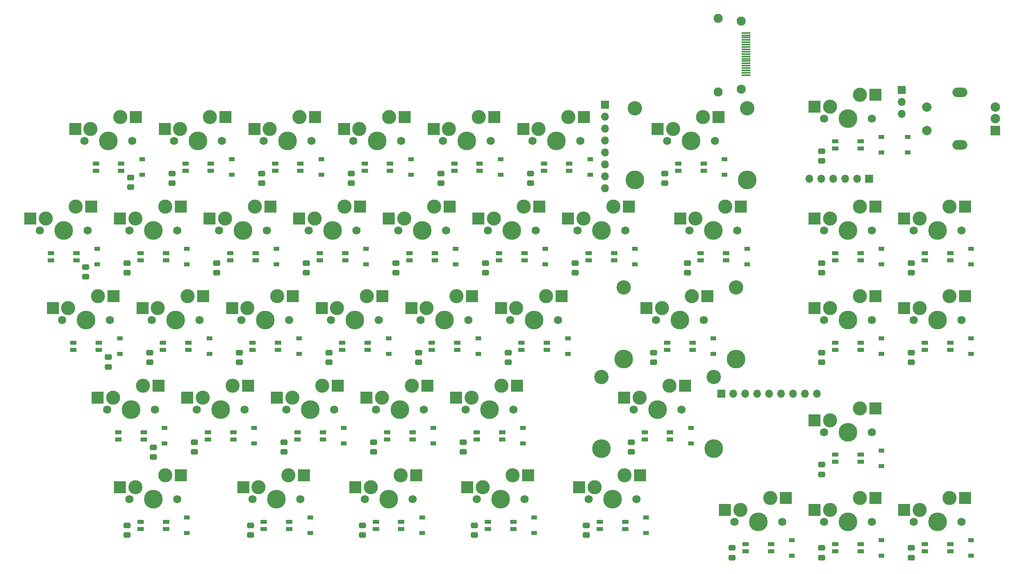
<source format=gbs>
%TF.GenerationSoftware,KiCad,Pcbnew,(6.0.5)*%
%TF.CreationDate,2022-07-14T17:40:32-06:00*%
%TF.ProjectId,kb_right,6b625f72-6967-4687-942e-6b696361645f,rev?*%
%TF.SameCoordinates,Original*%
%TF.FileFunction,Soldermask,Bot*%
%TF.FilePolarity,Negative*%
%FSLAX46Y46*%
G04 Gerber Fmt 4.6, Leading zero omitted, Abs format (unit mm)*
G04 Created by KiCad (PCBNEW (6.0.5)) date 2022-07-14 17:40:32*
%MOMM*%
%LPD*%
G01*
G04 APERTURE LIST*
G04 Aperture macros list*
%AMRoundRect*
0 Rectangle with rounded corners*
0 $1 Rounding radius*
0 $2 $3 $4 $5 $6 $7 $8 $9 X,Y pos of 4 corners*
0 Add a 4 corners polygon primitive as box body*
4,1,4,$2,$3,$4,$5,$6,$7,$8,$9,$2,$3,0*
0 Add four circle primitives for the rounded corners*
1,1,$1+$1,$2,$3*
1,1,$1+$1,$4,$5*
1,1,$1+$1,$6,$7*
1,1,$1+$1,$8,$9*
0 Add four rect primitives between the rounded corners*
20,1,$1+$1,$2,$3,$4,$5,0*
20,1,$1+$1,$4,$5,$6,$7,0*
20,1,$1+$1,$6,$7,$8,$9,0*
20,1,$1+$1,$8,$9,$2,$3,0*%
G04 Aperture macros list end*
%ADD10C,3.987800*%
%ADD11C,3.000000*%
%ADD12C,1.750000*%
%ADD13R,2.550000X2.500000*%
%ADD14C,3.048000*%
%ADD15R,1.700000X1.700000*%
%ADD16O,1.700000X1.700000*%
%ADD17O,3.200000X2.000000*%
%ADD18R,2.000000X2.000000*%
%ADD19C,2.000000*%
%ADD20RoundRect,0.250000X-0.475000X0.337500X-0.475000X-0.337500X0.475000X-0.337500X0.475000X0.337500X0*%
%ADD21R,1.200000X0.900000*%
%ADD22R,1.400000X0.820000*%
%ADD23RoundRect,0.205000X0.495000X0.205000X-0.495000X0.205000X-0.495000X-0.205000X0.495000X-0.205000X0*%
%ADD24R,1.900000X0.300000*%
%ADD25C,1.950000*%
G04 APERTURE END LIST*
D10*
%TO.C,MX15*%
X163195000Y-82772250D03*
D11*
X165735000Y-77692250D03*
D12*
X158115000Y-82772250D03*
X168275000Y-82772250D03*
D11*
X159385000Y-80232250D03*
D13*
X156110000Y-80232250D03*
X169037000Y-77692250D03*
%TD*%
D11*
%TO.C,MX33*%
X211772500Y-123094750D03*
X218122500Y-120554750D03*
D12*
X210502500Y-125634750D03*
X220662500Y-125634750D03*
D10*
X215582500Y-125634750D03*
D13*
X208497500Y-123094750D03*
X221424500Y-120554750D03*
%TD*%
D12*
%TO.C,MX10*%
X62865000Y-82772250D03*
X73025000Y-82772250D03*
D11*
X70485000Y-77692250D03*
D10*
X67945000Y-82772250D03*
D11*
X64135000Y-80232250D03*
D13*
X60860000Y-80232250D03*
X73787000Y-77692250D03*
%TD*%
D10*
%TO.C,MX4*%
X115570000Y-63722250D03*
D12*
X110490000Y-63722250D03*
D11*
X118110000Y-58642250D03*
X111760000Y-61182250D03*
D12*
X120650000Y-63722250D03*
D13*
X108485000Y-61182250D03*
X121412000Y-58642250D03*
%TD*%
D11*
%TO.C,MX6*%
X149860000Y-61182250D03*
X156210000Y-58642250D03*
D12*
X158750000Y-63722250D03*
X148590000Y-63722250D03*
D10*
X153670000Y-63722250D03*
D13*
X146585000Y-61182250D03*
X159512000Y-58642250D03*
%TD*%
D11*
%TO.C,MX32*%
X171291250Y-118332250D03*
X177641250Y-115792250D03*
D12*
X180181250Y-120872250D03*
D14*
X187039250Y-113887250D03*
D10*
X175101250Y-120872250D03*
D12*
X170021250Y-120872250D03*
D14*
X163163250Y-113887250D03*
D10*
X187039250Y-129127250D03*
X163163250Y-129127250D03*
D13*
X168016250Y-118332250D03*
X180943250Y-115792250D03*
%TD*%
D12*
%TO.C,MX31*%
X134302500Y-120872250D03*
X144462500Y-120872250D03*
D11*
X141922500Y-115792250D03*
D10*
X139382500Y-120872250D03*
D11*
X135572500Y-118332250D03*
D13*
X132297500Y-118332250D03*
X145224500Y-115792250D03*
%TD*%
D15*
%TO.C,J3*%
X220091000Y-71755000D03*
D16*
X217551000Y-71755000D03*
X215011000Y-71755000D03*
X212471000Y-71755000D03*
X209931000Y-71755000D03*
X207391000Y-71755000D03*
%TD*%
D10*
%TO.C,MX37*%
X117951250Y-139922250D03*
D11*
X120491250Y-134842250D03*
D12*
X123031250Y-139922250D03*
X112871250Y-139922250D03*
D11*
X114141250Y-137382250D03*
D13*
X110866250Y-137382250D03*
X123793250Y-134842250D03*
%TD*%
D10*
%TO.C,MX42*%
X234632500Y-144684750D03*
D11*
X237172500Y-139604750D03*
D12*
X239712500Y-144684750D03*
D11*
X230822500Y-142144750D03*
D12*
X229552500Y-144684750D03*
D13*
X227547500Y-142144750D03*
X240474500Y-139604750D03*
%TD*%
D10*
%TO.C,MX16*%
X187007500Y-82772250D03*
D11*
X189547500Y-77692250D03*
D12*
X181927500Y-82772250D03*
D11*
X183197500Y-80232250D03*
D12*
X192087500Y-82772250D03*
D13*
X179922500Y-80232250D03*
X192849500Y-77692250D03*
%TD*%
D12*
%TO.C,MX8*%
X220662500Y-58959750D03*
D11*
X218122500Y-53879750D03*
X211772500Y-56419750D03*
D10*
X215582500Y-58959750D03*
D12*
X210502500Y-58959750D03*
D13*
X208497500Y-56419750D03*
X221424500Y-53879750D03*
%TD*%
D15*
%TO.C,J2*%
X227076000Y-52847000D03*
D16*
X227076000Y-55387000D03*
X227076000Y-57927000D03*
%TD*%
D11*
%TO.C,MX13*%
X127635000Y-77692250D03*
D10*
X125095000Y-82772250D03*
D12*
X130175000Y-82772250D03*
D11*
X121285000Y-80232250D03*
D12*
X120015000Y-82772250D03*
D13*
X118010000Y-80232250D03*
X130937000Y-77692250D03*
%TD*%
D10*
%TO.C,MX23*%
X148907500Y-101822250D03*
D11*
X145097500Y-99282250D03*
D12*
X153987500Y-101822250D03*
X143827500Y-101822250D03*
D11*
X151447500Y-96742250D03*
D13*
X141822500Y-99282250D03*
X154749500Y-96742250D03*
%TD*%
D12*
%TO.C,MX39*%
X170656250Y-139922250D03*
D10*
X165576250Y-139922250D03*
D11*
X161766250Y-137382250D03*
D12*
X160496250Y-139922250D03*
D11*
X168116250Y-134842250D03*
D13*
X158491250Y-137382250D03*
X171418250Y-134842250D03*
%TD*%
D12*
%TO.C,MX1*%
X53340000Y-63722250D03*
D10*
X58420000Y-63722250D03*
D11*
X54610000Y-61182250D03*
X60960000Y-58642250D03*
D12*
X63500000Y-63722250D03*
D13*
X51335000Y-61182250D03*
X64262000Y-58642250D03*
%TD*%
D15*
%TO.C,J4*%
X163957000Y-56007000D03*
D16*
X163957000Y-58547000D03*
X163957000Y-61087000D03*
X163957000Y-63627000D03*
X163957000Y-66167000D03*
X163957000Y-68707000D03*
X163957000Y-71247000D03*
X163957000Y-73787000D03*
%TD*%
D12*
%TO.C,MX27*%
X68262500Y-120872250D03*
D11*
X59372500Y-118332250D03*
D12*
X58102500Y-120872250D03*
D11*
X65722500Y-115792250D03*
D10*
X63182500Y-120872250D03*
D13*
X56097500Y-118332250D03*
X69024500Y-115792250D03*
%TD*%
D12*
%TO.C,MX41*%
X210502500Y-144684750D03*
D10*
X215582500Y-144684750D03*
D12*
X220662500Y-144684750D03*
D11*
X218122500Y-139604750D03*
X211772500Y-142144750D03*
D13*
X208497500Y-142144750D03*
X221424500Y-139604750D03*
%TD*%
D10*
%TO.C,MX17*%
X215582500Y-82772250D03*
D12*
X220662500Y-82772250D03*
D11*
X218122500Y-77692250D03*
X211772500Y-80232250D03*
D12*
X210502500Y-82772250D03*
D13*
X208497500Y-80232250D03*
X221424500Y-77692250D03*
%TD*%
D12*
%TO.C,MX3*%
X91440000Y-63722250D03*
X101600000Y-63722250D03*
D11*
X99060000Y-58642250D03*
D10*
X96520000Y-63722250D03*
D11*
X92710000Y-61182250D03*
D13*
X89435000Y-61182250D03*
X102362000Y-58642250D03*
%TD*%
D12*
%TO.C,MX30*%
X115252500Y-120872250D03*
X125412500Y-120872250D03*
D11*
X122872500Y-115792250D03*
X116522500Y-118332250D03*
D10*
X120332500Y-120872250D03*
D13*
X113247500Y-118332250D03*
X126174500Y-115792250D03*
%TD*%
D12*
%TO.C,MX22*%
X134937500Y-101822250D03*
D11*
X126047500Y-99282250D03*
D10*
X129857500Y-101822250D03*
D12*
X124777500Y-101822250D03*
D11*
X132397500Y-96742250D03*
D13*
X122772500Y-99282250D03*
X135699500Y-96742250D03*
%TD*%
D11*
%TO.C,MX25*%
X218122500Y-96742250D03*
D12*
X220662500Y-101822250D03*
X210502500Y-101822250D03*
D11*
X211772500Y-99282250D03*
D10*
X215582500Y-101822250D03*
D13*
X208497500Y-99282250D03*
X221424500Y-96742250D03*
%TD*%
D14*
%TO.C,MX24*%
X191801750Y-94837250D03*
D11*
X176053750Y-99282250D03*
D10*
X191801750Y-110077250D03*
D12*
X174783750Y-101822250D03*
D10*
X179863750Y-101822250D03*
D14*
X167925750Y-94837250D03*
D11*
X182403750Y-96742250D03*
D12*
X184943750Y-101822250D03*
D10*
X167925750Y-110077250D03*
D13*
X172778750Y-99282250D03*
X185705750Y-96742250D03*
%TD*%
D12*
%TO.C,MX14*%
X139065000Y-82772250D03*
D10*
X144145000Y-82772250D03*
D11*
X140335000Y-80232250D03*
X146685000Y-77692250D03*
D12*
X149225000Y-82772250D03*
D13*
X137060000Y-80232250D03*
X149987000Y-77692250D03*
%TD*%
D14*
%TO.C,MX7*%
X170307000Y-56737250D03*
D10*
X194183000Y-71977250D03*
D11*
X178435000Y-61182250D03*
D14*
X194183000Y-56737250D03*
D12*
X177165000Y-63722250D03*
D10*
X182245000Y-63722250D03*
D11*
X184785000Y-58642250D03*
D10*
X170307000Y-71977250D03*
D12*
X187325000Y-63722250D03*
D13*
X175160000Y-61182250D03*
X188087000Y-58642250D03*
%TD*%
D11*
%TO.C,MX20*%
X87947500Y-99282250D03*
D12*
X96837500Y-101822250D03*
X86677500Y-101822250D03*
D10*
X91757500Y-101822250D03*
D11*
X94297500Y-96742250D03*
D13*
X84672500Y-99282250D03*
X97599500Y-96742250D03*
%TD*%
D10*
%TO.C,MX21*%
X110807500Y-101822250D03*
D12*
X105727500Y-101822250D03*
D11*
X113347500Y-96742250D03*
D12*
X115887500Y-101822250D03*
D11*
X106997500Y-99282250D03*
D13*
X103722500Y-99282250D03*
X116649500Y-96742250D03*
%TD*%
D11*
%TO.C,MX2*%
X73660000Y-61182250D03*
D12*
X72390000Y-63722250D03*
X82550000Y-63722250D03*
D10*
X77470000Y-63722250D03*
D11*
X80010000Y-58642250D03*
D13*
X70385000Y-61182250D03*
X83312000Y-58642250D03*
%TD*%
D10*
%TO.C,MX19*%
X72707500Y-101822250D03*
D11*
X75247500Y-96742250D03*
D12*
X67627500Y-101822250D03*
D11*
X68897500Y-99282250D03*
D12*
X77787500Y-101822250D03*
D13*
X65622500Y-99282250D03*
X78549500Y-96742250D03*
%TD*%
D10*
%TO.C,MX36*%
X94138750Y-139922250D03*
D11*
X90328750Y-137382250D03*
D12*
X99218750Y-139922250D03*
D11*
X96678750Y-134842250D03*
D12*
X89058750Y-139922250D03*
D13*
X87053750Y-137382250D03*
X99980750Y-134842250D03*
%TD*%
D11*
%TO.C,MX35*%
X70485000Y-134842250D03*
D10*
X67945000Y-139922250D03*
D12*
X73025000Y-139922250D03*
D11*
X64135000Y-137382250D03*
D12*
X62865000Y-139922250D03*
D13*
X60860000Y-137382250D03*
X73787000Y-134842250D03*
%TD*%
D11*
%TO.C,MX38*%
X137953750Y-137382250D03*
D10*
X141763750Y-139922250D03*
D12*
X136683750Y-139922250D03*
D11*
X144303750Y-134842250D03*
D12*
X146843750Y-139922250D03*
D13*
X134678750Y-137382250D03*
X147605750Y-134842250D03*
%TD*%
D12*
%TO.C,MX28*%
X87312500Y-120872250D03*
D10*
X82232500Y-120872250D03*
D12*
X77152500Y-120872250D03*
D11*
X84772500Y-115792250D03*
X78422500Y-118332250D03*
D13*
X75147500Y-118332250D03*
X88074500Y-115792250D03*
%TD*%
D12*
%TO.C,MX12*%
X100965000Y-82772250D03*
D11*
X108585000Y-77692250D03*
D10*
X106045000Y-82772250D03*
D11*
X102235000Y-80232250D03*
D12*
X111125000Y-82772250D03*
D13*
X98960000Y-80232250D03*
X111887000Y-77692250D03*
%TD*%
D17*
%TO.C,SW0*%
X239395000Y-64559750D03*
X239395000Y-53359750D03*
D18*
X246895000Y-61459750D03*
D19*
X246895000Y-56459750D03*
X246895000Y-58959750D03*
X232395000Y-56459750D03*
X232395000Y-61459750D03*
%TD*%
D11*
%TO.C,MX18*%
X49847500Y-99282250D03*
X56197500Y-96742250D03*
D12*
X48577500Y-101822250D03*
D10*
X53657500Y-101822250D03*
D12*
X58737500Y-101822250D03*
D13*
X46572500Y-99282250D03*
X59499500Y-96742250D03*
%TD*%
D12*
%TO.C,MX9*%
X43815000Y-82772250D03*
D11*
X45085000Y-80232250D03*
D10*
X48895000Y-82772250D03*
D12*
X53975000Y-82772250D03*
D11*
X51435000Y-77692250D03*
D13*
X41810000Y-80232250D03*
X54737000Y-77692250D03*
%TD*%
D12*
%TO.C,MX26*%
X239712500Y-82772250D03*
D11*
X237172500Y-77692250D03*
X230822500Y-80232250D03*
D12*
X229552500Y-82772250D03*
D10*
X234632500Y-82772250D03*
D13*
X227547500Y-80232250D03*
X240474500Y-77692250D03*
%TD*%
D11*
%TO.C,MX29*%
X97472500Y-118332250D03*
X103822500Y-115792250D03*
D12*
X106362500Y-120872250D03*
X96202500Y-120872250D03*
D10*
X101282500Y-120872250D03*
D13*
X94197500Y-118332250D03*
X107124500Y-115792250D03*
%TD*%
D11*
%TO.C,MX34*%
X230822500Y-99282250D03*
D12*
X239712500Y-101822250D03*
X229552500Y-101822250D03*
D10*
X234632500Y-101822250D03*
D11*
X237172500Y-96742250D03*
D13*
X227547500Y-99282250D03*
X240474500Y-96742250D03*
%TD*%
D15*
%TO.C,J5*%
X188722000Y-117475000D03*
D16*
X191262000Y-117475000D03*
X193802000Y-117475000D03*
X196342000Y-117475000D03*
X198882000Y-117475000D03*
X201422000Y-117475000D03*
X203962000Y-117475000D03*
X206502000Y-117475000D03*
X209042000Y-117475000D03*
%TD*%
D10*
%TO.C,MX5*%
X134620000Y-63722250D03*
D11*
X137160000Y-58642250D03*
D12*
X139700000Y-63722250D03*
X129540000Y-63722250D03*
D11*
X130810000Y-61182250D03*
D13*
X127535000Y-61182250D03*
X140462000Y-58642250D03*
%TD*%
D12*
%TO.C,MX40*%
X201612500Y-144684750D03*
D11*
X199072500Y-139604750D03*
D10*
X196532500Y-144684750D03*
D12*
X191452500Y-144684750D03*
D11*
X192722500Y-142144750D03*
D13*
X189447500Y-142144750D03*
X202374500Y-139604750D03*
%TD*%
D10*
%TO.C,MX11*%
X86995000Y-82772250D03*
D11*
X83185000Y-80232250D03*
X89535000Y-77692250D03*
D12*
X92075000Y-82772250D03*
X81915000Y-82772250D03*
D13*
X79910000Y-80232250D03*
X92837000Y-77692250D03*
%TD*%
D20*
%TO.C,C118*%
X229076250Y-89672250D03*
X229076250Y-91747250D03*
%TD*%
D21*
%TO.C,D14*%
X151288750Y-89978500D03*
X151288750Y-86678500D03*
%TD*%
%TO.C,D34*%
X241776250Y-109028500D03*
X241776250Y-105728500D03*
%TD*%
D20*
%TO.C,C115*%
X157638750Y-89672250D03*
X157638750Y-91747250D03*
%TD*%
%TO.C,C101*%
X63119000Y-71479500D03*
X63119000Y-73554500D03*
%TD*%
D21*
%TO.C,D10*%
X75088750Y-89978500D03*
X75088750Y-86678500D03*
%TD*%
%TO.C,D12*%
X113188750Y-89978500D03*
X113188750Y-86678500D03*
%TD*%
D22*
%TO.C,D110*%
X70645000Y-89078500D03*
X70645000Y-87578500D03*
D23*
X65245000Y-87578500D03*
D22*
X65245000Y-89078500D03*
%TD*%
D21*
%TO.C,D11*%
X94138750Y-89978500D03*
X94138750Y-86678500D03*
%TD*%
D20*
%TO.C,C103*%
X90963750Y-70622250D03*
X90963750Y-72697250D03*
%TD*%
%TO.C,C113*%
X119538750Y-89672250D03*
X119538750Y-91747250D03*
%TD*%
%TO.C,C122*%
X105251250Y-108722250D03*
X105251250Y-110797250D03*
%TD*%
D22*
%TO.C,D125*%
X182563750Y-108128500D03*
X182563750Y-106628500D03*
D23*
X177163750Y-106628500D03*
D22*
X177163750Y-108128500D03*
%TD*%
D20*
%TO.C,C129*%
X76676250Y-127772250D03*
X76676250Y-129847250D03*
%TD*%
%TO.C,C105*%
X129063750Y-70622250D03*
X129063750Y-72697250D03*
%TD*%
D22*
%TO.C,D138*%
X144463750Y-146228500D03*
X144463750Y-144728500D03*
D23*
X139063750Y-144728500D03*
D22*
X139063750Y-146228500D03*
%TD*%
D20*
%TO.C,C135*%
X62388750Y-145478500D03*
X62388750Y-147553500D03*
%TD*%
D22*
%TO.C,D113*%
X127795000Y-89078500D03*
X127795000Y-87578500D03*
D23*
X122395000Y-87578500D03*
D22*
X122395000Y-89078500D03*
%TD*%
D21*
%TO.C,D36*%
X101282500Y-147128500D03*
X101282500Y-143828500D03*
%TD*%
D22*
%TO.C,D111*%
X89695000Y-89078500D03*
X89695000Y-87578500D03*
D23*
X84295000Y-87578500D03*
D22*
X84295000Y-89078500D03*
%TD*%
D21*
%TO.C,D40*%
X203676250Y-151891000D03*
X203676250Y-148591000D03*
%TD*%
D22*
%TO.C,D128*%
X65882500Y-127178500D03*
X65882500Y-125678500D03*
D23*
X60482500Y-125678500D03*
D22*
X60482500Y-127178500D03*
%TD*%
D20*
%TO.C,C138*%
X136207500Y-145478500D03*
X136207500Y-147553500D03*
%TD*%
D22*
%TO.C,D115*%
X165895000Y-89078500D03*
X165895000Y-87578500D03*
D23*
X160495000Y-87578500D03*
D22*
X160495000Y-89078500D03*
%TD*%
%TO.C,D136*%
X96838750Y-146228500D03*
X96838750Y-144728500D03*
D23*
X91438750Y-144728500D03*
D22*
X91438750Y-146228500D03*
%TD*%
D21*
%TO.C,D17*%
X222726250Y-89978500D03*
X222726250Y-86678500D03*
%TD*%
%TO.C,D38*%
X148907500Y-147128500D03*
X148907500Y-143828500D03*
%TD*%
%TO.C,D5*%
X141763750Y-70928500D03*
X141763750Y-67628500D03*
%TD*%
%TO.C,D28*%
X89376250Y-128078500D03*
X89376250Y-124778500D03*
%TD*%
D22*
%TO.C,D140*%
X199232500Y-150991000D03*
X199232500Y-149491000D03*
D23*
X193832500Y-149491000D03*
D22*
X193832500Y-150991000D03*
%TD*%
%TO.C,D104*%
X118270000Y-70028500D03*
X118270000Y-68528500D03*
D23*
X112870000Y-68528500D03*
D22*
X112870000Y-70028500D03*
%TD*%
D21*
%TO.C,D6*%
X160813750Y-70928500D03*
X160813750Y-67628500D03*
%TD*%
D22*
%TO.C,D114*%
X146845000Y-89078500D03*
X146845000Y-87578500D03*
D23*
X141445000Y-87578500D03*
D22*
X141445000Y-89078500D03*
%TD*%
D21*
%TO.C,D26*%
X241776250Y-89978500D03*
X241776250Y-86678500D03*
%TD*%
D22*
%TO.C,D135*%
X70645000Y-146228500D03*
X70645000Y-144728500D03*
D23*
X65245000Y-144728500D03*
D22*
X65245000Y-146228500D03*
%TD*%
%TO.C,D120*%
X75407500Y-108128500D03*
X75407500Y-106628500D03*
D23*
X70007500Y-106628500D03*
D22*
X70007500Y-108128500D03*
%TD*%
%TO.C,D126*%
X218282500Y-108128500D03*
X218282500Y-106628500D03*
D23*
X212882500Y-106628500D03*
D22*
X212882500Y-108128500D03*
%TD*%
D20*
%TO.C,C107*%
X176688750Y-70622250D03*
X176688750Y-72697250D03*
%TD*%
D22*
%TO.C,D122*%
X113507500Y-108128500D03*
X113507500Y-106628500D03*
D23*
X108107500Y-106628500D03*
D22*
X108107500Y-108128500D03*
%TD*%
D20*
%TO.C,C125*%
X174307500Y-108722250D03*
X174307500Y-110797250D03*
%TD*%
%TO.C,C114*%
X138588750Y-89672250D03*
X138588750Y-91747250D03*
%TD*%
%TO.C,C104*%
X110013750Y-70622250D03*
X110013750Y-72697250D03*
%TD*%
D21*
%TO.C,D25*%
X222726250Y-109028500D03*
X222726250Y-105728500D03*
%TD*%
D22*
%TO.C,D129*%
X84932500Y-127178500D03*
X84932500Y-125678500D03*
D23*
X79532500Y-125678500D03*
D22*
X79532500Y-127178500D03*
%TD*%
%TO.C,D112*%
X108745000Y-89078500D03*
X108745000Y-87578500D03*
D23*
X103345000Y-87578500D03*
D22*
X103345000Y-89078500D03*
%TD*%
%TO.C,D141*%
X218282500Y-150991000D03*
X218282500Y-149491000D03*
D23*
X212882500Y-149491000D03*
D22*
X212882500Y-150991000D03*
%TD*%
%TO.C,D131*%
X123032500Y-127178500D03*
X123032500Y-125678500D03*
D23*
X117632500Y-125678500D03*
D22*
X117632500Y-127178500D03*
%TD*%
D21*
%TO.C,D32*%
X182245000Y-128078500D03*
X182245000Y-124778500D03*
%TD*%
%TO.C,D42*%
X241776250Y-151891000D03*
X241776250Y-148591000D03*
%TD*%
D22*
%TO.C,D105*%
X137320000Y-70028500D03*
X137320000Y-68528500D03*
D23*
X131920000Y-68528500D03*
D22*
X131920000Y-70028500D03*
%TD*%
D21*
%TO.C,D21*%
X117951250Y-109028500D03*
X117951250Y-105728500D03*
%TD*%
D20*
%TO.C,C116*%
X181451250Y-89672250D03*
X181451250Y-91747250D03*
%TD*%
D21*
%TO.C,D13*%
X132238750Y-89978500D03*
X132238750Y-86678500D03*
%TD*%
%TO.C,D39*%
X172720000Y-147128500D03*
X172720000Y-143828500D03*
%TD*%
D20*
%TO.C,C133*%
X169545000Y-127772250D03*
X169545000Y-129847250D03*
%TD*%
%TO.C,C121*%
X86201250Y-108722250D03*
X86201250Y-110797250D03*
%TD*%
D22*
%TO.C,D119*%
X56357500Y-108128500D03*
X56357500Y-106628500D03*
D23*
X50957500Y-106628500D03*
D22*
X50957500Y-108128500D03*
%TD*%
D21*
%TO.C,D31*%
X146526250Y-128078500D03*
X146526250Y-124778500D03*
%TD*%
%TO.C,D19*%
X79851250Y-109028500D03*
X79851250Y-105728500D03*
%TD*%
D20*
%TO.C,C142*%
X229076250Y-150241000D03*
X229076250Y-152316000D03*
%TD*%
D21*
%TO.C,D0*%
X228282500Y-66166000D03*
X228282500Y-62866000D03*
%TD*%
%TO.C,D29*%
X108426250Y-128078500D03*
X108426250Y-124778500D03*
%TD*%
D20*
%TO.C,C112*%
X100488750Y-89672250D03*
X100488750Y-91747250D03*
%TD*%
D22*
%TO.C,D130*%
X103982500Y-127178500D03*
X103982500Y-125678500D03*
D23*
X98582500Y-125678500D03*
D22*
X98582500Y-127178500D03*
%TD*%
D20*
%TO.C,C119*%
X58420000Y-109706500D03*
X58420000Y-111781500D03*
%TD*%
D21*
%TO.C,D9*%
X56038750Y-89978500D03*
X56038750Y-86678500D03*
%TD*%
%TO.C,D7*%
X189388750Y-70928500D03*
X189388750Y-67628500D03*
%TD*%
D20*
%TO.C,C127*%
X229076250Y-108722250D03*
X229076250Y-110797250D03*
%TD*%
D21*
%TO.C,D35*%
X75088750Y-147128500D03*
X75088750Y-143828500D03*
%TD*%
D22*
%TO.C,D108*%
X218282500Y-65266000D03*
X218282500Y-63766000D03*
D23*
X212882500Y-63766000D03*
D22*
X212882500Y-65266000D03*
%TD*%
D21*
%TO.C,D18*%
X60801250Y-109028500D03*
X60801250Y-105728500D03*
%TD*%
D22*
%TO.C,D132*%
X142082500Y-127178500D03*
X142082500Y-125678500D03*
D23*
X136682500Y-125678500D03*
D22*
X136682500Y-127178500D03*
%TD*%
D21*
%TO.C,D23*%
X156051250Y-109028500D03*
X156051250Y-105728500D03*
%TD*%
D20*
%TO.C,C139*%
X160020000Y-145478500D03*
X160020000Y-147553500D03*
%TD*%
D22*
%TO.C,D109*%
X51595000Y-89078500D03*
X51595000Y-87578500D03*
D23*
X46195000Y-87578500D03*
D22*
X46195000Y-89078500D03*
%TD*%
%TO.C,D124*%
X151607500Y-108128500D03*
X151607500Y-106628500D03*
D23*
X146207500Y-106628500D03*
D22*
X146207500Y-108128500D03*
%TD*%
D20*
%TO.C,C102*%
X71913750Y-70622250D03*
X71913750Y-72697250D03*
%TD*%
%TO.C,C130*%
X95726250Y-127772250D03*
X95726250Y-129847250D03*
%TD*%
D22*
%TO.C,D121*%
X94457500Y-108128500D03*
X94457500Y-106628500D03*
D23*
X89057500Y-106628500D03*
D22*
X89057500Y-108128500D03*
%TD*%
D20*
%TO.C,C120*%
X67151250Y-108722250D03*
X67151250Y-110797250D03*
%TD*%
%TO.C,C110*%
X62388750Y-89672250D03*
X62388750Y-91747250D03*
%TD*%
D21*
%TO.C,D24*%
X187007500Y-109028500D03*
X187007500Y-105728500D03*
%TD*%
D22*
%TO.C,D101*%
X61120000Y-70028500D03*
X61120000Y-68528500D03*
D23*
X55720000Y-68528500D03*
D22*
X55720000Y-70028500D03*
%TD*%
D20*
%TO.C,C132*%
X133826250Y-127772250D03*
X133826250Y-129847250D03*
%TD*%
%TO.C,C124*%
X143351250Y-108722250D03*
X143351250Y-110797250D03*
%TD*%
D21*
%TO.C,D22*%
X137001250Y-109028500D03*
X137001250Y-105728500D03*
%TD*%
%TO.C,D2*%
X84613750Y-70928500D03*
X84613750Y-67628500D03*
%TD*%
%TO.C,D8*%
X222726250Y-66166000D03*
X222726250Y-62866000D03*
%TD*%
D20*
%TO.C,C123*%
X124301250Y-108722250D03*
X124301250Y-110797250D03*
%TD*%
%TO.C,C109*%
X53594000Y-90529500D03*
X53594000Y-92604500D03*
%TD*%
D22*
%TO.C,D102*%
X80170000Y-70028500D03*
X80170000Y-68528500D03*
D23*
X74770000Y-68528500D03*
D22*
X74770000Y-70028500D03*
%TD*%
D20*
%TO.C,C106*%
X148113750Y-70622250D03*
X148113750Y-72697250D03*
%TD*%
D22*
%TO.C,D103*%
X99220000Y-70028500D03*
X99220000Y-68528500D03*
D23*
X93820000Y-68528500D03*
D22*
X93820000Y-70028500D03*
%TD*%
D20*
%TO.C,C134*%
X210026250Y-132534750D03*
X210026250Y-134609750D03*
%TD*%
%TO.C,C136*%
X88582500Y-145478500D03*
X88582500Y-147553500D03*
%TD*%
D21*
%TO.C,D41*%
X222726250Y-151891000D03*
X222726250Y-148591000D03*
%TD*%
D20*
%TO.C,C140*%
X190976250Y-150241000D03*
X190976250Y-152316000D03*
%TD*%
%TO.C,C117*%
X210026250Y-89672250D03*
X210026250Y-91747250D03*
%TD*%
%TO.C,C111*%
X81438750Y-89672250D03*
X81438750Y-91747250D03*
%TD*%
D22*
%TO.C,D137*%
X120651250Y-146228500D03*
X120651250Y-144728500D03*
D23*
X115251250Y-144728500D03*
D22*
X115251250Y-146228500D03*
%TD*%
D21*
%TO.C,D30*%
X127476250Y-128078500D03*
X127476250Y-124778500D03*
%TD*%
%TO.C,D27*%
X70326250Y-128078500D03*
X70326250Y-124778500D03*
%TD*%
D20*
%TO.C,C128*%
X67945000Y-128883500D03*
X67945000Y-130958500D03*
%TD*%
D21*
%TO.C,D15*%
X170338750Y-89978500D03*
X170338750Y-86678500D03*
%TD*%
D20*
%TO.C,C137*%
X112395000Y-145478500D03*
X112395000Y-147553500D03*
%TD*%
D22*
%TO.C,D117*%
X218282500Y-89078500D03*
X218282500Y-87578500D03*
D23*
X212882500Y-87578500D03*
D22*
X212882500Y-89078500D03*
%TD*%
D21*
%TO.C,D33*%
X222726250Y-132841000D03*
X222726250Y-129541000D03*
%TD*%
D20*
%TO.C,C131*%
X114776250Y-127772250D03*
X114776250Y-129847250D03*
%TD*%
D22*
%TO.C,D118*%
X237332500Y-89078500D03*
X237332500Y-87578500D03*
D23*
X231932500Y-87578500D03*
D22*
X231932500Y-89078500D03*
%TD*%
D21*
%TO.C,D3*%
X103663750Y-70928500D03*
X103663750Y-67628500D03*
%TD*%
D22*
%TO.C,D106*%
X156370000Y-70028500D03*
X156370000Y-68528500D03*
D23*
X150970000Y-68528500D03*
D22*
X150970000Y-70028500D03*
%TD*%
%TO.C,D123*%
X132557500Y-108128500D03*
X132557500Y-106628500D03*
D23*
X127157500Y-106628500D03*
D22*
X127157500Y-108128500D03*
%TD*%
D20*
%TO.C,C141*%
X210026250Y-150241000D03*
X210026250Y-152316000D03*
%TD*%
D21*
%TO.C,D4*%
X122713750Y-70928500D03*
X122713750Y-67628500D03*
%TD*%
D22*
%TO.C,D107*%
X184945000Y-70028500D03*
X184945000Y-68528500D03*
D23*
X179545000Y-68528500D03*
D22*
X179545000Y-70028500D03*
%TD*%
%TO.C,D134*%
X218282500Y-131941000D03*
X218282500Y-130441000D03*
D23*
X212882500Y-130441000D03*
D22*
X212882500Y-131941000D03*
%TD*%
D21*
%TO.C,D20*%
X98901250Y-109028500D03*
X98901250Y-105728500D03*
%TD*%
D22*
%TO.C,D139*%
X168276250Y-146228500D03*
X168276250Y-144728500D03*
D23*
X162876250Y-144728500D03*
D22*
X162876250Y-146228500D03*
%TD*%
%TO.C,D127*%
X237332500Y-108128500D03*
X237332500Y-106628500D03*
D23*
X231932500Y-106628500D03*
D22*
X231932500Y-108128500D03*
%TD*%
%TO.C,D116*%
X189707500Y-89078500D03*
X189707500Y-87578500D03*
D23*
X184307500Y-87578500D03*
D22*
X184307500Y-89078500D03*
%TD*%
%TO.C,D142*%
X237332500Y-150991000D03*
X237332500Y-149491000D03*
D23*
X231932500Y-149491000D03*
D22*
X231932500Y-150991000D03*
%TD*%
D20*
%TO.C,C126*%
X210026250Y-108722250D03*
X210026250Y-110797250D03*
%TD*%
D21*
%TO.C,D16*%
X194151250Y-89978500D03*
X194151250Y-86678500D03*
%TD*%
D24*
%TO.C,J1*%
X193923000Y-40716000D03*
X193923000Y-41216000D03*
X193923000Y-41716000D03*
X193923000Y-42216000D03*
X193923000Y-42716000D03*
X193923000Y-43216000D03*
X193923000Y-43716000D03*
X193923000Y-44216000D03*
X193923000Y-44716000D03*
X193923000Y-45216000D03*
X193923000Y-45716000D03*
X193923000Y-46216000D03*
X193923000Y-46716000D03*
X193923000Y-47216000D03*
X193923000Y-47716000D03*
X193923000Y-48216000D03*
X193923000Y-48716000D03*
X193923000Y-49216000D03*
X193923000Y-49716000D03*
D25*
X192923000Y-38216000D03*
X192923000Y-52716000D03*
X188023000Y-53316000D03*
X188023000Y-37616000D03*
%TD*%
D21*
%TO.C,D1*%
X65563750Y-70928500D03*
X65563750Y-67628500D03*
%TD*%
%TO.C,D37*%
X125095000Y-147128500D03*
X125095000Y-143828500D03*
%TD*%
D20*
%TO.C,C108*%
X210026250Y-65859750D03*
X210026250Y-67934750D03*
%TD*%
D22*
%TO.C,D133*%
X177801250Y-127178500D03*
X177801250Y-125678500D03*
D23*
X172401250Y-125678500D03*
D22*
X172401250Y-127178500D03*
%TD*%
M02*

</source>
